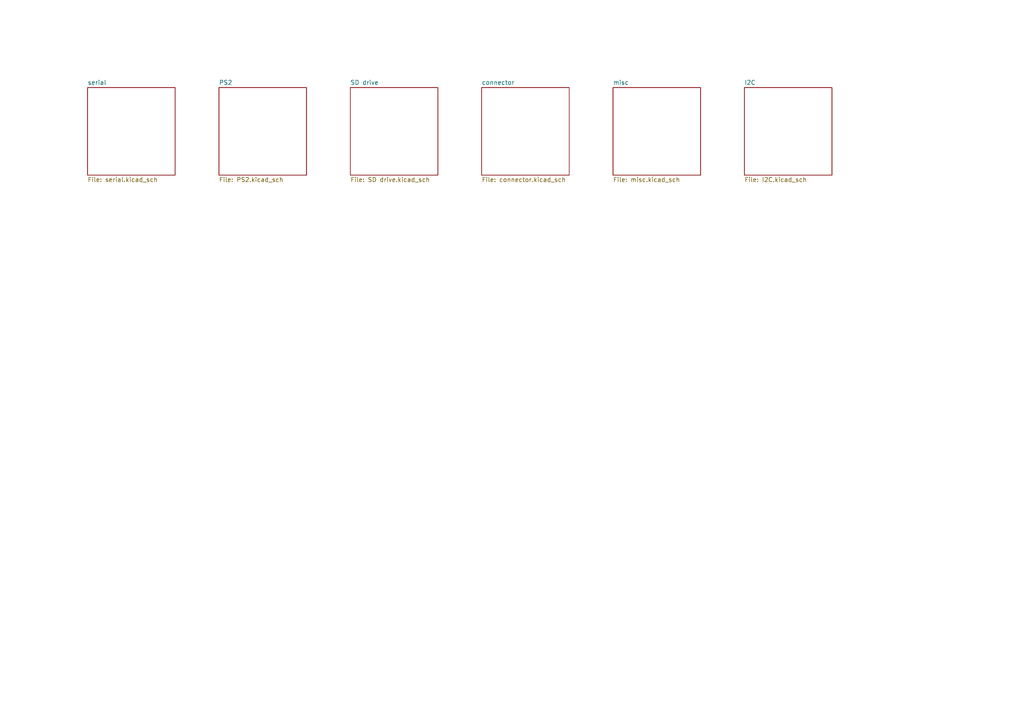
<source format=kicad_sch>
(kicad_sch (version 20230121) (generator eeschema)
  (paper "A4")
  (title_block (title "Mini8086 I/O board") (date "2020-11-05") (rev "1.0"))
  (lib_symbols)
  (sheet (at 25.4 25.4) (size 25.4 25.4)
    (property "Sheetname" "serial" (at 25.4 24.6884 0) (effects (justify left bottom)))
    (property "Sheetfile" "serial.kicad_sch" (at 25.4 51.3846 0) (effects (justify left top)))
  )
  (sheet (at 63.5 25.4) (size 25.4 25.4)
    (property "Sheetname" "PS2" (at 63.5 24.6884 0) (effects (justify left bottom)))
    (property "Sheetfile" "PS2.kicad_sch" (at 63.5 51.3846 0) (effects (justify left top)))
  )
  (sheet (at 101.6 25.4) (size 25.4 25.4)
    (property "Sheetname" "SD drive" (at 101.6 24.6884 0) (effects (justify left bottom)))
    (property "Sheetfile" "SD drive.kicad_sch" (at 101.6 51.3846 0) (effects (justify left top)))
  )
  (sheet (at 139.7 25.4) (size 25.4 25.4)
    (property "Sheetname" "connector" (at 139.7 24.6884 0) (effects (justify left bottom)))
    (property "Sheetfile" "connector.kicad_sch" (at 139.7 51.3846 0) (effects (justify left top)))
  )
  (sheet (at 177.8 25.4) (size 25.4 25.4)
    (property "Sheetname" "misc" (at 177.8 24.6884 0) (effects (justify left bottom)))
    (property "Sheetfile" "misc.kicad_sch" (at 177.8 51.3846 0) (effects (justify left top)))
  )
  (sheet (at 215.9 25.4) (size 25.4 25.4)
    (property "Sheetname" "I2C" (at 215.9 24.6884 0) (effects (justify left bottom)))
    (property "Sheetfile" "I2C.kicad_sch" (at 215.9 51.3846 0) (effects (justify left top)))
  )
)
</source>
